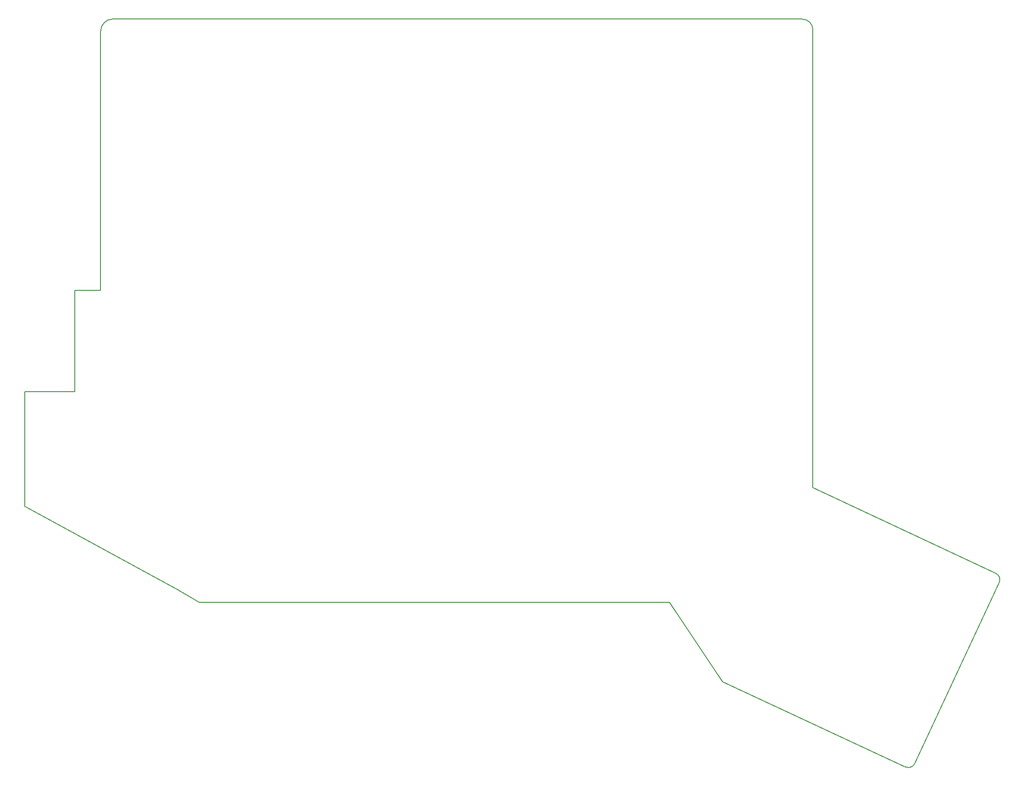
<source format=gbr>
G04 #@! TF.GenerationSoftware,KiCad,Pcbnew,(5.0.2)-1*
G04 #@! TF.CreationDate,2020-01-15T18:12:48+05:30*
G04 #@! TF.ProjectId,ergocape,6572676f-6361-4706-952e-6b696361645f,rev?*
G04 #@! TF.SameCoordinates,Original*
G04 #@! TF.FileFunction,Profile,NP*
%FSLAX46Y46*%
G04 Gerber Fmt 4.6, Leading zero omitted, Abs format (unit mm)*
G04 Created by KiCad (PCBNEW (5.0.2)-1) date 1/15/2020 6:12:48 PM*
%MOMM*%
%LPD*%
G01*
G04 APERTURE LIST*
%ADD10C,0.200000*%
%ADD11C,0.150000*%
G04 APERTURE END LIST*
D10*
X31750000Y-68326000D02*
X36576000Y-68326000D01*
D11*
X38862000Y-17272000D02*
X39370000Y-17272000D01*
X36576000Y-48895000D02*
X36576000Y-19558000D01*
D10*
X36576000Y-51943000D02*
X36576000Y-48895000D01*
X36576000Y-68326000D02*
X36576000Y-51943000D01*
X31750000Y-87376000D02*
X31750000Y-68326000D01*
X22352000Y-87376000D02*
X31750000Y-87376000D01*
X22352000Y-87503000D02*
X22352000Y-87376000D01*
X22352000Y-98044000D02*
X22352000Y-87503000D01*
D11*
X157988000Y-17272000D02*
X168402000Y-17272000D01*
X147574000Y-17272000D02*
X157988000Y-17272000D01*
X136906000Y-17272000D02*
X147574000Y-17272000D01*
X127000000Y-17272000D02*
X136906000Y-17272000D01*
X204852770Y-121558610D02*
G75*
G02X205467055Y-123246347I-536726J-1151011D01*
G01*
X204392365Y-121343921D02*
X204852769Y-121558611D01*
X170434000Y-19304000D02*
X170434000Y-105410000D01*
X153365200Y-141833600D02*
X143510000Y-127000000D01*
X153585583Y-141929498D02*
X153355381Y-141822153D01*
X205452980Y-123263660D02*
X189565914Y-157333582D01*
X189577980Y-157304740D02*
G75*
G02X187890244Y-157919026I-1151011J536725D01*
G01*
X153585583Y-141929498D02*
X187885708Y-157923909D01*
X170434000Y-105410000D02*
X204385820Y-121337275D01*
X168402000Y-17272000D02*
G75*
G02X170434000Y-19304000I0J-2032000D01*
G01*
X36580000Y-19558000D02*
G75*
G02X38866000Y-17272000I2286000J0D01*
G01*
X127000000Y-17272000D02*
X39370000Y-17272000D01*
X137150000Y-127000000D02*
X143510000Y-127000000D01*
X22352000Y-108966000D02*
X22860000Y-109220000D01*
X22352000Y-106426000D02*
X22352000Y-108966000D01*
X22352000Y-98044000D02*
X22352000Y-106426000D01*
X55118000Y-127000000D02*
X55880000Y-127000000D01*
X53848000Y-126238000D02*
X55118000Y-127000000D01*
X50800000Y-124460000D02*
X53848000Y-126238000D01*
X55880000Y-127000000D02*
X137160000Y-127000000D01*
X22860000Y-109220000D02*
X50800000Y-124460000D01*
M02*

</source>
